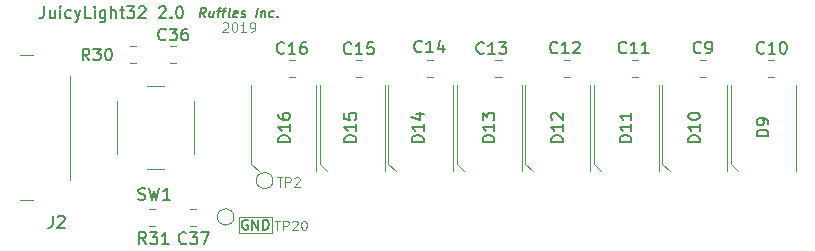
<source format=gto>
G04 #@! TF.GenerationSoftware,KiCad,Pcbnew,(5.1.2)-1*
G04 #@! TF.CreationDate,2019-06-11T21:07:52+09:00*
G04 #@! TF.ProjectId,JuicyLight32,4a756963-794c-4696-9768-7433322e6b69,rev?*
G04 #@! TF.SameCoordinates,Original*
G04 #@! TF.FileFunction,Legend,Top*
G04 #@! TF.FilePolarity,Positive*
%FSLAX46Y46*%
G04 Gerber Fmt 4.6, Leading zero omitted, Abs format (unit mm)*
G04 Created by KiCad (PCBNEW (5.1.2)-1) date 2019-06-11 21:07:52*
%MOMM*%
%LPD*%
G04 APERTURE LIST*
%ADD10C,0.120000*%
%ADD11C,0.100000*%
%ADD12C,0.150000*%
G04 APERTURE END LIST*
D10*
X116853571Y-91163095D02*
X116891666Y-91125000D01*
X116967857Y-91086904D01*
X117158333Y-91086904D01*
X117234523Y-91125000D01*
X117272619Y-91163095D01*
X117310714Y-91239285D01*
X117310714Y-91315476D01*
X117272619Y-91429761D01*
X116815476Y-91886904D01*
X117310714Y-91886904D01*
X117805952Y-91086904D02*
X117882142Y-91086904D01*
X117958333Y-91125000D01*
X117996428Y-91163095D01*
X118034523Y-91239285D01*
X118072619Y-91391666D01*
X118072619Y-91582142D01*
X118034523Y-91734523D01*
X117996428Y-91810714D01*
X117958333Y-91848809D01*
X117882142Y-91886904D01*
X117805952Y-91886904D01*
X117729761Y-91848809D01*
X117691666Y-91810714D01*
X117653571Y-91734523D01*
X117615476Y-91582142D01*
X117615476Y-91391666D01*
X117653571Y-91239285D01*
X117691666Y-91163095D01*
X117729761Y-91125000D01*
X117805952Y-91086904D01*
X118834523Y-91886904D02*
X118377380Y-91886904D01*
X118605952Y-91886904D02*
X118605952Y-91086904D01*
X118529761Y-91201190D01*
X118453571Y-91277380D01*
X118377380Y-91315476D01*
X119215476Y-91886904D02*
X119367857Y-91886904D01*
X119444047Y-91848809D01*
X119482142Y-91810714D01*
X119558333Y-91696428D01*
X119596428Y-91544047D01*
X119596428Y-91239285D01*
X119558333Y-91163095D01*
X119520238Y-91125000D01*
X119444047Y-91086904D01*
X119291666Y-91086904D01*
X119215476Y-91125000D01*
X119177380Y-91163095D01*
X119139285Y-91239285D01*
X119139285Y-91429761D01*
X119177380Y-91505952D01*
X119215476Y-91544047D01*
X119291666Y-91582142D01*
X119444047Y-91582142D01*
X119520238Y-91544047D01*
X119558333Y-91505952D01*
X119596428Y-91429761D01*
D11*
X120990000Y-107545000D02*
X118210000Y-107545000D01*
X120990000Y-108875000D02*
X120990000Y-107555000D01*
X118210000Y-108875000D02*
X120990000Y-108875000D01*
X118210000Y-107575000D02*
X118210000Y-108875000D01*
D12*
X118952380Y-107830000D02*
X118871428Y-107789523D01*
X118750000Y-107789523D01*
X118628571Y-107830000D01*
X118547619Y-107910952D01*
X118507142Y-107991904D01*
X118466666Y-108153809D01*
X118466666Y-108275238D01*
X118507142Y-108437142D01*
X118547619Y-108518095D01*
X118628571Y-108599047D01*
X118750000Y-108639523D01*
X118830952Y-108639523D01*
X118952380Y-108599047D01*
X118992857Y-108558571D01*
X118992857Y-108275238D01*
X118830952Y-108275238D01*
X119357142Y-108639523D02*
X119357142Y-107789523D01*
X119842857Y-108639523D01*
X119842857Y-107789523D01*
X120247619Y-108639523D02*
X120247619Y-107789523D01*
X120450000Y-107789523D01*
X120571428Y-107830000D01*
X120652380Y-107910952D01*
X120692857Y-107991904D01*
X120733333Y-108153809D01*
X120733333Y-108275238D01*
X120692857Y-108437142D01*
X120652380Y-108518095D01*
X120571428Y-108599047D01*
X120450000Y-108639523D01*
X120247619Y-108639523D01*
X115354479Y-90636904D02*
X115135431Y-90255952D01*
X114897336Y-90636904D02*
X114997336Y-89836904D01*
X115302098Y-89836904D01*
X115373526Y-89875000D01*
X115406860Y-89913095D01*
X115435431Y-89989285D01*
X115421145Y-90103571D01*
X115373526Y-90179761D01*
X115330669Y-90217857D01*
X115249717Y-90255952D01*
X114944955Y-90255952D01*
X116106860Y-90103571D02*
X116040193Y-90636904D01*
X115764002Y-90103571D02*
X115711622Y-90522619D01*
X115740193Y-90598809D01*
X115811622Y-90636904D01*
X115925907Y-90636904D01*
X116006860Y-90598809D01*
X116049717Y-90560714D01*
X116373526Y-90103571D02*
X116678288Y-90103571D01*
X116421145Y-90636904D02*
X116506860Y-89951190D01*
X116554479Y-89875000D01*
X116635431Y-89836904D01*
X116711622Y-89836904D01*
X116830669Y-90103571D02*
X117135431Y-90103571D01*
X116878288Y-90636904D02*
X116964002Y-89951190D01*
X117011622Y-89875000D01*
X117092574Y-89836904D01*
X117168764Y-89836904D01*
X117449717Y-90636904D02*
X117378288Y-90598809D01*
X117349717Y-90522619D01*
X117435431Y-89836904D01*
X118064002Y-90598809D02*
X117983050Y-90636904D01*
X117830669Y-90636904D01*
X117759241Y-90598809D01*
X117730669Y-90522619D01*
X117768764Y-90217857D01*
X117816383Y-90141666D01*
X117897336Y-90103571D01*
X118049717Y-90103571D01*
X118121145Y-90141666D01*
X118149717Y-90217857D01*
X118140193Y-90294047D01*
X117749717Y-90370238D01*
X118406860Y-90598809D02*
X118478288Y-90636904D01*
X118630669Y-90636904D01*
X118711622Y-90598809D01*
X118759241Y-90522619D01*
X118764002Y-90484523D01*
X118735431Y-90408333D01*
X118664002Y-90370238D01*
X118549717Y-90370238D01*
X118478288Y-90332142D01*
X118449717Y-90255952D01*
X118454479Y-90217857D01*
X118502098Y-90141666D01*
X118583050Y-90103571D01*
X118697336Y-90103571D01*
X118768764Y-90141666D01*
X119697336Y-90636904D02*
X119797336Y-89836904D01*
X120144955Y-90103571D02*
X120078288Y-90636904D01*
X120135431Y-90179761D02*
X120178288Y-90141666D01*
X120259241Y-90103571D01*
X120373526Y-90103571D01*
X120444955Y-90141666D01*
X120473526Y-90217857D01*
X120421145Y-90636904D01*
X121149717Y-90598809D02*
X121068764Y-90636904D01*
X120916383Y-90636904D01*
X120844955Y-90598809D01*
X120811622Y-90560714D01*
X120783050Y-90484523D01*
X120811622Y-90255952D01*
X120859241Y-90179761D01*
X120902098Y-90141666D01*
X120983050Y-90103571D01*
X121135431Y-90103571D01*
X121206860Y-90141666D01*
X121497336Y-90560714D02*
X121530669Y-90598809D01*
X121487812Y-90636904D01*
X121454479Y-90598809D01*
X121497336Y-90560714D01*
X121487812Y-90636904D01*
X101710714Y-89727380D02*
X101710714Y-90441666D01*
X101663095Y-90584523D01*
X101567857Y-90679761D01*
X101425000Y-90727380D01*
X101329761Y-90727380D01*
X102615476Y-90060714D02*
X102615476Y-90727380D01*
X102186904Y-90060714D02*
X102186904Y-90584523D01*
X102234523Y-90679761D01*
X102329761Y-90727380D01*
X102472619Y-90727380D01*
X102567857Y-90679761D01*
X102615476Y-90632142D01*
X103091666Y-90727380D02*
X103091666Y-90060714D01*
X103091666Y-89727380D02*
X103044047Y-89775000D01*
X103091666Y-89822619D01*
X103139285Y-89775000D01*
X103091666Y-89727380D01*
X103091666Y-89822619D01*
X103996428Y-90679761D02*
X103901190Y-90727380D01*
X103710714Y-90727380D01*
X103615476Y-90679761D01*
X103567857Y-90632142D01*
X103520238Y-90536904D01*
X103520238Y-90251190D01*
X103567857Y-90155952D01*
X103615476Y-90108333D01*
X103710714Y-90060714D01*
X103901190Y-90060714D01*
X103996428Y-90108333D01*
X104329761Y-90060714D02*
X104567857Y-90727380D01*
X104805952Y-90060714D02*
X104567857Y-90727380D01*
X104472619Y-90965476D01*
X104425000Y-91013095D01*
X104329761Y-91060714D01*
X105663095Y-90727380D02*
X105186904Y-90727380D01*
X105186904Y-89727380D01*
X105996428Y-90727380D02*
X105996428Y-90060714D01*
X105996428Y-89727380D02*
X105948809Y-89775000D01*
X105996428Y-89822619D01*
X106044047Y-89775000D01*
X105996428Y-89727380D01*
X105996428Y-89822619D01*
X106901190Y-90060714D02*
X106901190Y-90870238D01*
X106853571Y-90965476D01*
X106805952Y-91013095D01*
X106710714Y-91060714D01*
X106567857Y-91060714D01*
X106472619Y-91013095D01*
X106901190Y-90679761D02*
X106805952Y-90727380D01*
X106615476Y-90727380D01*
X106520238Y-90679761D01*
X106472619Y-90632142D01*
X106425000Y-90536904D01*
X106425000Y-90251190D01*
X106472619Y-90155952D01*
X106520238Y-90108333D01*
X106615476Y-90060714D01*
X106805952Y-90060714D01*
X106901190Y-90108333D01*
X107377380Y-90727380D02*
X107377380Y-89727380D01*
X107805952Y-90727380D02*
X107805952Y-90203571D01*
X107758333Y-90108333D01*
X107663095Y-90060714D01*
X107520238Y-90060714D01*
X107425000Y-90108333D01*
X107377380Y-90155952D01*
X108139285Y-90060714D02*
X108520238Y-90060714D01*
X108282142Y-89727380D02*
X108282142Y-90584523D01*
X108329761Y-90679761D01*
X108425000Y-90727380D01*
X108520238Y-90727380D01*
X108758333Y-89727380D02*
X109377380Y-89727380D01*
X109044047Y-90108333D01*
X109186904Y-90108333D01*
X109282142Y-90155952D01*
X109329761Y-90203571D01*
X109377380Y-90298809D01*
X109377380Y-90536904D01*
X109329761Y-90632142D01*
X109282142Y-90679761D01*
X109186904Y-90727380D01*
X108901190Y-90727380D01*
X108805952Y-90679761D01*
X108758333Y-90632142D01*
X109758333Y-89822619D02*
X109805952Y-89775000D01*
X109901190Y-89727380D01*
X110139285Y-89727380D01*
X110234523Y-89775000D01*
X110282142Y-89822619D01*
X110329761Y-89917857D01*
X110329761Y-90013095D01*
X110282142Y-90155952D01*
X109710714Y-90727380D01*
X110329761Y-90727380D01*
X111472619Y-89822619D02*
X111520238Y-89775000D01*
X111615476Y-89727380D01*
X111853571Y-89727380D01*
X111948809Y-89775000D01*
X111996428Y-89822619D01*
X112044047Y-89917857D01*
X112044047Y-90013095D01*
X111996428Y-90155952D01*
X111425000Y-90727380D01*
X112044047Y-90727380D01*
X112472619Y-90632142D02*
X112520238Y-90679761D01*
X112472619Y-90727380D01*
X112425000Y-90679761D01*
X112472619Y-90632142D01*
X112472619Y-90727380D01*
X113139285Y-89727380D02*
X113234523Y-89727380D01*
X113329761Y-89775000D01*
X113377380Y-89822619D01*
X113425000Y-89917857D01*
X113472619Y-90108333D01*
X113472619Y-90346428D01*
X113425000Y-90536904D01*
X113377380Y-90632142D01*
X113329761Y-90679761D01*
X113234523Y-90727380D01*
X113139285Y-90727380D01*
X113044047Y-90679761D01*
X112996428Y-90632142D01*
X112948809Y-90536904D01*
X112901190Y-90346428D01*
X112901190Y-90108333D01*
X112948809Y-89917857D01*
X112996428Y-89822619D01*
X113044047Y-89775000D01*
X113139285Y-89727380D01*
D10*
X119250000Y-103050000D02*
X119900000Y-103700000D01*
X119250000Y-96350000D02*
X119250000Y-103000000D01*
X124750000Y-96350000D02*
X124750000Y-103650000D01*
X125050000Y-103050000D02*
X125700000Y-103700000D01*
X125050000Y-96350000D02*
X125050000Y-103000000D01*
X130550000Y-96350000D02*
X130550000Y-103650000D01*
X130850000Y-103050000D02*
X131500000Y-103700000D01*
X130850000Y-96350000D02*
X130850000Y-103000000D01*
X136350000Y-96350000D02*
X136350000Y-103650000D01*
X136650000Y-103050000D02*
X137300000Y-103700000D01*
X136650000Y-96350000D02*
X136650000Y-103000000D01*
X142150000Y-96350000D02*
X142150000Y-103650000D01*
X142450000Y-103050000D02*
X143100000Y-103700000D01*
X142450000Y-96350000D02*
X142450000Y-103000000D01*
X147950000Y-96350000D02*
X147950000Y-103650000D01*
X148250000Y-103050000D02*
X148900000Y-103700000D01*
X148250000Y-96350000D02*
X148250000Y-103000000D01*
X153750000Y-96350000D02*
X153750000Y-103650000D01*
X122958578Y-94290000D02*
X122441422Y-94290000D01*
X122958578Y-95710000D02*
X122441422Y-95710000D01*
X128658578Y-94290000D02*
X128141422Y-94290000D01*
X128658578Y-95710000D02*
X128141422Y-95710000D01*
X134658578Y-94290000D02*
X134141422Y-94290000D01*
X134658578Y-95710000D02*
X134141422Y-95710000D01*
X140458578Y-94290000D02*
X139941422Y-94290000D01*
X140458578Y-95710000D02*
X139941422Y-95710000D01*
X146258578Y-94290000D02*
X145741422Y-94290000D01*
X146258578Y-95710000D02*
X145741422Y-95710000D01*
X152008578Y-94290000D02*
X151491422Y-94290000D01*
X152008578Y-95710000D02*
X151491422Y-95710000D01*
X121100000Y-104470000D02*
G75*
G03X121100000Y-104470000I-700000J0D01*
G01*
X117800000Y-107550000D02*
G75*
G03X117800000Y-107550000I-700000J0D01*
G01*
X112403922Y-93090000D02*
X112921078Y-93090000D01*
X112403922Y-94510000D02*
X112921078Y-94510000D01*
X165350000Y-96350000D02*
X165350000Y-103650000D01*
X159850000Y-96350000D02*
X159850000Y-103000000D01*
X159850000Y-103050000D02*
X160500000Y-103700000D01*
X154050000Y-103050000D02*
X154700000Y-103700000D01*
X154050000Y-96350000D02*
X154050000Y-103000000D01*
X159550000Y-96350000D02*
X159550000Y-103650000D01*
X114103922Y-106865000D02*
X114621078Y-106865000D01*
X114103922Y-108285000D02*
X114621078Y-108285000D01*
X163533578Y-95710000D02*
X163016422Y-95710000D01*
X163533578Y-94290000D02*
X163016422Y-94290000D01*
X157758578Y-94290000D02*
X157241422Y-94290000D01*
X157758578Y-95710000D02*
X157241422Y-95710000D01*
X111900000Y-96500000D02*
X110400000Y-96500000D01*
X107900000Y-97750000D02*
X107900000Y-102250000D01*
X110400000Y-103500000D02*
X111900000Y-103500000D01*
X114400000Y-102250000D02*
X114400000Y-97750000D01*
X103920000Y-104400000D02*
X103920000Y-95600000D01*
X100750000Y-106145000D02*
X99700000Y-106145000D01*
X100750000Y-93855000D02*
X99700000Y-93855000D01*
X110628922Y-108285000D02*
X111146078Y-108285000D01*
X110628922Y-106865000D02*
X111146078Y-106865000D01*
X109003922Y-93090000D02*
X109521078Y-93090000D01*
X109003922Y-94510000D02*
X109521078Y-94510000D01*
D12*
X122552380Y-101214285D02*
X121552380Y-101214285D01*
X121552380Y-100976190D01*
X121600000Y-100833333D01*
X121695238Y-100738095D01*
X121790476Y-100690476D01*
X121980952Y-100642857D01*
X122123809Y-100642857D01*
X122314285Y-100690476D01*
X122409523Y-100738095D01*
X122504761Y-100833333D01*
X122552380Y-100976190D01*
X122552380Y-101214285D01*
X122552380Y-99690476D02*
X122552380Y-100261904D01*
X122552380Y-99976190D02*
X121552380Y-99976190D01*
X121695238Y-100071428D01*
X121790476Y-100166666D01*
X121838095Y-100261904D01*
X121552380Y-98833333D02*
X121552380Y-99023809D01*
X121600000Y-99119047D01*
X121647619Y-99166666D01*
X121790476Y-99261904D01*
X121980952Y-99309523D01*
X122361904Y-99309523D01*
X122457142Y-99261904D01*
X122504761Y-99214285D01*
X122552380Y-99119047D01*
X122552380Y-98928571D01*
X122504761Y-98833333D01*
X122457142Y-98785714D01*
X122361904Y-98738095D01*
X122123809Y-98738095D01*
X122028571Y-98785714D01*
X121980952Y-98833333D01*
X121933333Y-98928571D01*
X121933333Y-99119047D01*
X121980952Y-99214285D01*
X122028571Y-99261904D01*
X122123809Y-99309523D01*
X128152380Y-101214285D02*
X127152380Y-101214285D01*
X127152380Y-100976190D01*
X127200000Y-100833333D01*
X127295238Y-100738095D01*
X127390476Y-100690476D01*
X127580952Y-100642857D01*
X127723809Y-100642857D01*
X127914285Y-100690476D01*
X128009523Y-100738095D01*
X128104761Y-100833333D01*
X128152380Y-100976190D01*
X128152380Y-101214285D01*
X128152380Y-99690476D02*
X128152380Y-100261904D01*
X128152380Y-99976190D02*
X127152380Y-99976190D01*
X127295238Y-100071428D01*
X127390476Y-100166666D01*
X127438095Y-100261904D01*
X127152380Y-98785714D02*
X127152380Y-99261904D01*
X127628571Y-99309523D01*
X127580952Y-99261904D01*
X127533333Y-99166666D01*
X127533333Y-98928571D01*
X127580952Y-98833333D01*
X127628571Y-98785714D01*
X127723809Y-98738095D01*
X127961904Y-98738095D01*
X128057142Y-98785714D01*
X128104761Y-98833333D01*
X128152380Y-98928571D01*
X128152380Y-99166666D01*
X128104761Y-99261904D01*
X128057142Y-99309523D01*
X133852380Y-101214285D02*
X132852380Y-101214285D01*
X132852380Y-100976190D01*
X132900000Y-100833333D01*
X132995238Y-100738095D01*
X133090476Y-100690476D01*
X133280952Y-100642857D01*
X133423809Y-100642857D01*
X133614285Y-100690476D01*
X133709523Y-100738095D01*
X133804761Y-100833333D01*
X133852380Y-100976190D01*
X133852380Y-101214285D01*
X133852380Y-99690476D02*
X133852380Y-100261904D01*
X133852380Y-99976190D02*
X132852380Y-99976190D01*
X132995238Y-100071428D01*
X133090476Y-100166666D01*
X133138095Y-100261904D01*
X133185714Y-98833333D02*
X133852380Y-98833333D01*
X132804761Y-99071428D02*
X133519047Y-99309523D01*
X133519047Y-98690476D01*
X139852380Y-101214285D02*
X138852380Y-101214285D01*
X138852380Y-100976190D01*
X138900000Y-100833333D01*
X138995238Y-100738095D01*
X139090476Y-100690476D01*
X139280952Y-100642857D01*
X139423809Y-100642857D01*
X139614285Y-100690476D01*
X139709523Y-100738095D01*
X139804761Y-100833333D01*
X139852380Y-100976190D01*
X139852380Y-101214285D01*
X139852380Y-99690476D02*
X139852380Y-100261904D01*
X139852380Y-99976190D02*
X138852380Y-99976190D01*
X138995238Y-100071428D01*
X139090476Y-100166666D01*
X139138095Y-100261904D01*
X138852380Y-99357142D02*
X138852380Y-98738095D01*
X139233333Y-99071428D01*
X139233333Y-98928571D01*
X139280952Y-98833333D01*
X139328571Y-98785714D01*
X139423809Y-98738095D01*
X139661904Y-98738095D01*
X139757142Y-98785714D01*
X139804761Y-98833333D01*
X139852380Y-98928571D01*
X139852380Y-99214285D01*
X139804761Y-99309523D01*
X139757142Y-99357142D01*
X145652380Y-101214285D02*
X144652380Y-101214285D01*
X144652380Y-100976190D01*
X144700000Y-100833333D01*
X144795238Y-100738095D01*
X144890476Y-100690476D01*
X145080952Y-100642857D01*
X145223809Y-100642857D01*
X145414285Y-100690476D01*
X145509523Y-100738095D01*
X145604761Y-100833333D01*
X145652380Y-100976190D01*
X145652380Y-101214285D01*
X145652380Y-99690476D02*
X145652380Y-100261904D01*
X145652380Y-99976190D02*
X144652380Y-99976190D01*
X144795238Y-100071428D01*
X144890476Y-100166666D01*
X144938095Y-100261904D01*
X144747619Y-99309523D02*
X144700000Y-99261904D01*
X144652380Y-99166666D01*
X144652380Y-98928571D01*
X144700000Y-98833333D01*
X144747619Y-98785714D01*
X144842857Y-98738095D01*
X144938095Y-98738095D01*
X145080952Y-98785714D01*
X145652380Y-99357142D01*
X145652380Y-98738095D01*
X151452380Y-101214285D02*
X150452380Y-101214285D01*
X150452380Y-100976190D01*
X150500000Y-100833333D01*
X150595238Y-100738095D01*
X150690476Y-100690476D01*
X150880952Y-100642857D01*
X151023809Y-100642857D01*
X151214285Y-100690476D01*
X151309523Y-100738095D01*
X151404761Y-100833333D01*
X151452380Y-100976190D01*
X151452380Y-101214285D01*
X151452380Y-99690476D02*
X151452380Y-100261904D01*
X151452380Y-99976190D02*
X150452380Y-99976190D01*
X150595238Y-100071428D01*
X150690476Y-100166666D01*
X150738095Y-100261904D01*
X151452380Y-98738095D02*
X151452380Y-99309523D01*
X151452380Y-99023809D02*
X150452380Y-99023809D01*
X150595238Y-99119047D01*
X150690476Y-99214285D01*
X150738095Y-99309523D01*
X122057142Y-93657142D02*
X122009523Y-93704761D01*
X121866666Y-93752380D01*
X121771428Y-93752380D01*
X121628571Y-93704761D01*
X121533333Y-93609523D01*
X121485714Y-93514285D01*
X121438095Y-93323809D01*
X121438095Y-93180952D01*
X121485714Y-92990476D01*
X121533333Y-92895238D01*
X121628571Y-92800000D01*
X121771428Y-92752380D01*
X121866666Y-92752380D01*
X122009523Y-92800000D01*
X122057142Y-92847619D01*
X123009523Y-93752380D02*
X122438095Y-93752380D01*
X122723809Y-93752380D02*
X122723809Y-92752380D01*
X122628571Y-92895238D01*
X122533333Y-92990476D01*
X122438095Y-93038095D01*
X123866666Y-92752380D02*
X123676190Y-92752380D01*
X123580952Y-92800000D01*
X123533333Y-92847619D01*
X123438095Y-92990476D01*
X123390476Y-93180952D01*
X123390476Y-93561904D01*
X123438095Y-93657142D01*
X123485714Y-93704761D01*
X123580952Y-93752380D01*
X123771428Y-93752380D01*
X123866666Y-93704761D01*
X123914285Y-93657142D01*
X123961904Y-93561904D01*
X123961904Y-93323809D01*
X123914285Y-93228571D01*
X123866666Y-93180952D01*
X123771428Y-93133333D01*
X123580952Y-93133333D01*
X123485714Y-93180952D01*
X123438095Y-93228571D01*
X123390476Y-93323809D01*
X127732142Y-93682142D02*
X127684523Y-93729761D01*
X127541666Y-93777380D01*
X127446428Y-93777380D01*
X127303571Y-93729761D01*
X127208333Y-93634523D01*
X127160714Y-93539285D01*
X127113095Y-93348809D01*
X127113095Y-93205952D01*
X127160714Y-93015476D01*
X127208333Y-92920238D01*
X127303571Y-92825000D01*
X127446428Y-92777380D01*
X127541666Y-92777380D01*
X127684523Y-92825000D01*
X127732142Y-92872619D01*
X128684523Y-93777380D02*
X128113095Y-93777380D01*
X128398809Y-93777380D02*
X128398809Y-92777380D01*
X128303571Y-92920238D01*
X128208333Y-93015476D01*
X128113095Y-93063095D01*
X129589285Y-92777380D02*
X129113095Y-92777380D01*
X129065476Y-93253571D01*
X129113095Y-93205952D01*
X129208333Y-93158333D01*
X129446428Y-93158333D01*
X129541666Y-93205952D01*
X129589285Y-93253571D01*
X129636904Y-93348809D01*
X129636904Y-93586904D01*
X129589285Y-93682142D01*
X129541666Y-93729761D01*
X129446428Y-93777380D01*
X129208333Y-93777380D01*
X129113095Y-93729761D01*
X129065476Y-93682142D01*
X133707142Y-93532142D02*
X133659523Y-93579761D01*
X133516666Y-93627380D01*
X133421428Y-93627380D01*
X133278571Y-93579761D01*
X133183333Y-93484523D01*
X133135714Y-93389285D01*
X133088095Y-93198809D01*
X133088095Y-93055952D01*
X133135714Y-92865476D01*
X133183333Y-92770238D01*
X133278571Y-92675000D01*
X133421428Y-92627380D01*
X133516666Y-92627380D01*
X133659523Y-92675000D01*
X133707142Y-92722619D01*
X134659523Y-93627380D02*
X134088095Y-93627380D01*
X134373809Y-93627380D02*
X134373809Y-92627380D01*
X134278571Y-92770238D01*
X134183333Y-92865476D01*
X134088095Y-92913095D01*
X135516666Y-92960714D02*
X135516666Y-93627380D01*
X135278571Y-92579761D02*
X135040476Y-93294047D01*
X135659523Y-93294047D01*
X138957142Y-93657142D02*
X138909523Y-93704761D01*
X138766666Y-93752380D01*
X138671428Y-93752380D01*
X138528571Y-93704761D01*
X138433333Y-93609523D01*
X138385714Y-93514285D01*
X138338095Y-93323809D01*
X138338095Y-93180952D01*
X138385714Y-92990476D01*
X138433333Y-92895238D01*
X138528571Y-92800000D01*
X138671428Y-92752380D01*
X138766666Y-92752380D01*
X138909523Y-92800000D01*
X138957142Y-92847619D01*
X139909523Y-93752380D02*
X139338095Y-93752380D01*
X139623809Y-93752380D02*
X139623809Y-92752380D01*
X139528571Y-92895238D01*
X139433333Y-92990476D01*
X139338095Y-93038095D01*
X140242857Y-92752380D02*
X140861904Y-92752380D01*
X140528571Y-93133333D01*
X140671428Y-93133333D01*
X140766666Y-93180952D01*
X140814285Y-93228571D01*
X140861904Y-93323809D01*
X140861904Y-93561904D01*
X140814285Y-93657142D01*
X140766666Y-93704761D01*
X140671428Y-93752380D01*
X140385714Y-93752380D01*
X140290476Y-93704761D01*
X140242857Y-93657142D01*
X145182142Y-93607142D02*
X145134523Y-93654761D01*
X144991666Y-93702380D01*
X144896428Y-93702380D01*
X144753571Y-93654761D01*
X144658333Y-93559523D01*
X144610714Y-93464285D01*
X144563095Y-93273809D01*
X144563095Y-93130952D01*
X144610714Y-92940476D01*
X144658333Y-92845238D01*
X144753571Y-92750000D01*
X144896428Y-92702380D01*
X144991666Y-92702380D01*
X145134523Y-92750000D01*
X145182142Y-92797619D01*
X146134523Y-93702380D02*
X145563095Y-93702380D01*
X145848809Y-93702380D02*
X145848809Y-92702380D01*
X145753571Y-92845238D01*
X145658333Y-92940476D01*
X145563095Y-92988095D01*
X146515476Y-92797619D02*
X146563095Y-92750000D01*
X146658333Y-92702380D01*
X146896428Y-92702380D01*
X146991666Y-92750000D01*
X147039285Y-92797619D01*
X147086904Y-92892857D01*
X147086904Y-92988095D01*
X147039285Y-93130952D01*
X146467857Y-93702380D01*
X147086904Y-93702380D01*
X151007142Y-93607142D02*
X150959523Y-93654761D01*
X150816666Y-93702380D01*
X150721428Y-93702380D01*
X150578571Y-93654761D01*
X150483333Y-93559523D01*
X150435714Y-93464285D01*
X150388095Y-93273809D01*
X150388095Y-93130952D01*
X150435714Y-92940476D01*
X150483333Y-92845238D01*
X150578571Y-92750000D01*
X150721428Y-92702380D01*
X150816666Y-92702380D01*
X150959523Y-92750000D01*
X151007142Y-92797619D01*
X151959523Y-93702380D02*
X151388095Y-93702380D01*
X151673809Y-93702380D02*
X151673809Y-92702380D01*
X151578571Y-92845238D01*
X151483333Y-92940476D01*
X151388095Y-92988095D01*
X152911904Y-93702380D02*
X152340476Y-93702380D01*
X152626190Y-93702380D02*
X152626190Y-92702380D01*
X152530952Y-92845238D01*
X152435714Y-92940476D01*
X152340476Y-92988095D01*
D10*
X121440476Y-104186904D02*
X121897619Y-104186904D01*
X121669047Y-104986904D02*
X121669047Y-104186904D01*
X122164285Y-104986904D02*
X122164285Y-104186904D01*
X122469047Y-104186904D01*
X122545238Y-104225000D01*
X122583333Y-104263095D01*
X122621428Y-104339285D01*
X122621428Y-104453571D01*
X122583333Y-104529761D01*
X122545238Y-104567857D01*
X122469047Y-104605952D01*
X122164285Y-104605952D01*
X122926190Y-104263095D02*
X122964285Y-104225000D01*
X123040476Y-104186904D01*
X123230952Y-104186904D01*
X123307142Y-104225000D01*
X123345238Y-104263095D01*
X123383333Y-104339285D01*
X123383333Y-104415476D01*
X123345238Y-104529761D01*
X122888095Y-104986904D01*
X123383333Y-104986904D01*
X121259523Y-107861904D02*
X121716666Y-107861904D01*
X121488095Y-108661904D02*
X121488095Y-107861904D01*
X121983333Y-108661904D02*
X121983333Y-107861904D01*
X122288095Y-107861904D01*
X122364285Y-107900000D01*
X122402380Y-107938095D01*
X122440476Y-108014285D01*
X122440476Y-108128571D01*
X122402380Y-108204761D01*
X122364285Y-108242857D01*
X122288095Y-108280952D01*
X121983333Y-108280952D01*
X122745238Y-107938095D02*
X122783333Y-107900000D01*
X122859523Y-107861904D01*
X123050000Y-107861904D01*
X123126190Y-107900000D01*
X123164285Y-107938095D01*
X123202380Y-108014285D01*
X123202380Y-108090476D01*
X123164285Y-108204761D01*
X122707142Y-108661904D01*
X123202380Y-108661904D01*
X123697619Y-107861904D02*
X123773809Y-107861904D01*
X123850000Y-107900000D01*
X123888095Y-107938095D01*
X123926190Y-108014285D01*
X123964285Y-108166666D01*
X123964285Y-108357142D01*
X123926190Y-108509523D01*
X123888095Y-108585714D01*
X123850000Y-108623809D01*
X123773809Y-108661904D01*
X123697619Y-108661904D01*
X123621428Y-108623809D01*
X123583333Y-108585714D01*
X123545238Y-108509523D01*
X123507142Y-108357142D01*
X123507142Y-108166666D01*
X123545238Y-108014285D01*
X123583333Y-107938095D01*
X123621428Y-107900000D01*
X123697619Y-107861904D01*
D12*
X112019642Y-92507142D02*
X111972023Y-92554761D01*
X111829166Y-92602380D01*
X111733928Y-92602380D01*
X111591071Y-92554761D01*
X111495833Y-92459523D01*
X111448214Y-92364285D01*
X111400595Y-92173809D01*
X111400595Y-92030952D01*
X111448214Y-91840476D01*
X111495833Y-91745238D01*
X111591071Y-91650000D01*
X111733928Y-91602380D01*
X111829166Y-91602380D01*
X111972023Y-91650000D01*
X112019642Y-91697619D01*
X112352976Y-91602380D02*
X112972023Y-91602380D01*
X112638690Y-91983333D01*
X112781547Y-91983333D01*
X112876785Y-92030952D01*
X112924404Y-92078571D01*
X112972023Y-92173809D01*
X112972023Y-92411904D01*
X112924404Y-92507142D01*
X112876785Y-92554761D01*
X112781547Y-92602380D01*
X112495833Y-92602380D01*
X112400595Y-92554761D01*
X112352976Y-92507142D01*
X113829166Y-91602380D02*
X113638690Y-91602380D01*
X113543452Y-91650000D01*
X113495833Y-91697619D01*
X113400595Y-91840476D01*
X113352976Y-92030952D01*
X113352976Y-92411904D01*
X113400595Y-92507142D01*
X113448214Y-92554761D01*
X113543452Y-92602380D01*
X113733928Y-92602380D01*
X113829166Y-92554761D01*
X113876785Y-92507142D01*
X113924404Y-92411904D01*
X113924404Y-92173809D01*
X113876785Y-92078571D01*
X113829166Y-92030952D01*
X113733928Y-91983333D01*
X113543452Y-91983333D01*
X113448214Y-92030952D01*
X113400595Y-92078571D01*
X113352976Y-92173809D01*
X163052380Y-100738095D02*
X162052380Y-100738095D01*
X162052380Y-100500000D01*
X162100000Y-100357142D01*
X162195238Y-100261904D01*
X162290476Y-100214285D01*
X162480952Y-100166666D01*
X162623809Y-100166666D01*
X162814285Y-100214285D01*
X162909523Y-100261904D01*
X163004761Y-100357142D01*
X163052380Y-100500000D01*
X163052380Y-100738095D01*
X163052380Y-99690476D02*
X163052380Y-99500000D01*
X163004761Y-99404761D01*
X162957142Y-99357142D01*
X162814285Y-99261904D01*
X162623809Y-99214285D01*
X162242857Y-99214285D01*
X162147619Y-99261904D01*
X162100000Y-99309523D01*
X162052380Y-99404761D01*
X162052380Y-99595238D01*
X162100000Y-99690476D01*
X162147619Y-99738095D01*
X162242857Y-99785714D01*
X162480952Y-99785714D01*
X162576190Y-99738095D01*
X162623809Y-99690476D01*
X162671428Y-99595238D01*
X162671428Y-99404761D01*
X162623809Y-99309523D01*
X162576190Y-99261904D01*
X162480952Y-99214285D01*
X157252380Y-101214285D02*
X156252380Y-101214285D01*
X156252380Y-100976190D01*
X156300000Y-100833333D01*
X156395238Y-100738095D01*
X156490476Y-100690476D01*
X156680952Y-100642857D01*
X156823809Y-100642857D01*
X157014285Y-100690476D01*
X157109523Y-100738095D01*
X157204761Y-100833333D01*
X157252380Y-100976190D01*
X157252380Y-101214285D01*
X157252380Y-99690476D02*
X157252380Y-100261904D01*
X157252380Y-99976190D02*
X156252380Y-99976190D01*
X156395238Y-100071428D01*
X156490476Y-100166666D01*
X156538095Y-100261904D01*
X156252380Y-99071428D02*
X156252380Y-98976190D01*
X156300000Y-98880952D01*
X156347619Y-98833333D01*
X156442857Y-98785714D01*
X156633333Y-98738095D01*
X156871428Y-98738095D01*
X157061904Y-98785714D01*
X157157142Y-98833333D01*
X157204761Y-98880952D01*
X157252380Y-98976190D01*
X157252380Y-99071428D01*
X157204761Y-99166666D01*
X157157142Y-99214285D01*
X157061904Y-99261904D01*
X156871428Y-99309523D01*
X156633333Y-99309523D01*
X156442857Y-99261904D01*
X156347619Y-99214285D01*
X156300000Y-99166666D01*
X156252380Y-99071428D01*
X113757142Y-109757142D02*
X113709523Y-109804761D01*
X113566666Y-109852380D01*
X113471428Y-109852380D01*
X113328571Y-109804761D01*
X113233333Y-109709523D01*
X113185714Y-109614285D01*
X113138095Y-109423809D01*
X113138095Y-109280952D01*
X113185714Y-109090476D01*
X113233333Y-108995238D01*
X113328571Y-108900000D01*
X113471428Y-108852380D01*
X113566666Y-108852380D01*
X113709523Y-108900000D01*
X113757142Y-108947619D01*
X114090476Y-108852380D02*
X114709523Y-108852380D01*
X114376190Y-109233333D01*
X114519047Y-109233333D01*
X114614285Y-109280952D01*
X114661904Y-109328571D01*
X114709523Y-109423809D01*
X114709523Y-109661904D01*
X114661904Y-109757142D01*
X114614285Y-109804761D01*
X114519047Y-109852380D01*
X114233333Y-109852380D01*
X114138095Y-109804761D01*
X114090476Y-109757142D01*
X115042857Y-108852380D02*
X115709523Y-108852380D01*
X115280952Y-109852380D01*
X162682142Y-93632142D02*
X162634523Y-93679761D01*
X162491666Y-93727380D01*
X162396428Y-93727380D01*
X162253571Y-93679761D01*
X162158333Y-93584523D01*
X162110714Y-93489285D01*
X162063095Y-93298809D01*
X162063095Y-93155952D01*
X162110714Y-92965476D01*
X162158333Y-92870238D01*
X162253571Y-92775000D01*
X162396428Y-92727380D01*
X162491666Y-92727380D01*
X162634523Y-92775000D01*
X162682142Y-92822619D01*
X163634523Y-93727380D02*
X163063095Y-93727380D01*
X163348809Y-93727380D02*
X163348809Y-92727380D01*
X163253571Y-92870238D01*
X163158333Y-92965476D01*
X163063095Y-93013095D01*
X164253571Y-92727380D02*
X164348809Y-92727380D01*
X164444047Y-92775000D01*
X164491666Y-92822619D01*
X164539285Y-92917857D01*
X164586904Y-93108333D01*
X164586904Y-93346428D01*
X164539285Y-93536904D01*
X164491666Y-93632142D01*
X164444047Y-93679761D01*
X164348809Y-93727380D01*
X164253571Y-93727380D01*
X164158333Y-93679761D01*
X164110714Y-93632142D01*
X164063095Y-93536904D01*
X164015476Y-93346428D01*
X164015476Y-93108333D01*
X164063095Y-92917857D01*
X164110714Y-92822619D01*
X164158333Y-92775000D01*
X164253571Y-92727380D01*
X157333333Y-93607142D02*
X157285714Y-93654761D01*
X157142857Y-93702380D01*
X157047619Y-93702380D01*
X156904761Y-93654761D01*
X156809523Y-93559523D01*
X156761904Y-93464285D01*
X156714285Y-93273809D01*
X156714285Y-93130952D01*
X156761904Y-92940476D01*
X156809523Y-92845238D01*
X156904761Y-92750000D01*
X157047619Y-92702380D01*
X157142857Y-92702380D01*
X157285714Y-92750000D01*
X157333333Y-92797619D01*
X157809523Y-93702380D02*
X158000000Y-93702380D01*
X158095238Y-93654761D01*
X158142857Y-93607142D01*
X158238095Y-93464285D01*
X158285714Y-93273809D01*
X158285714Y-92892857D01*
X158238095Y-92797619D01*
X158190476Y-92750000D01*
X158095238Y-92702380D01*
X157904761Y-92702380D01*
X157809523Y-92750000D01*
X157761904Y-92797619D01*
X157714285Y-92892857D01*
X157714285Y-93130952D01*
X157761904Y-93226190D01*
X157809523Y-93273809D01*
X157904761Y-93321428D01*
X158095238Y-93321428D01*
X158190476Y-93273809D01*
X158238095Y-93226190D01*
X158285714Y-93130952D01*
X109716666Y-106054761D02*
X109859523Y-106102380D01*
X110097619Y-106102380D01*
X110192857Y-106054761D01*
X110240476Y-106007142D01*
X110288095Y-105911904D01*
X110288095Y-105816666D01*
X110240476Y-105721428D01*
X110192857Y-105673809D01*
X110097619Y-105626190D01*
X109907142Y-105578571D01*
X109811904Y-105530952D01*
X109764285Y-105483333D01*
X109716666Y-105388095D01*
X109716666Y-105292857D01*
X109764285Y-105197619D01*
X109811904Y-105150000D01*
X109907142Y-105102380D01*
X110145238Y-105102380D01*
X110288095Y-105150000D01*
X110621428Y-105102380D02*
X110859523Y-106102380D01*
X111050000Y-105388095D01*
X111240476Y-106102380D01*
X111478571Y-105102380D01*
X112383333Y-106102380D02*
X111811904Y-106102380D01*
X112097619Y-106102380D02*
X112097619Y-105102380D01*
X112002380Y-105245238D01*
X111907142Y-105340476D01*
X111811904Y-105388095D01*
X102466666Y-107452380D02*
X102466666Y-108166666D01*
X102419047Y-108309523D01*
X102323809Y-108404761D01*
X102180952Y-108452380D01*
X102085714Y-108452380D01*
X102895238Y-107547619D02*
X102942857Y-107500000D01*
X103038095Y-107452380D01*
X103276190Y-107452380D01*
X103371428Y-107500000D01*
X103419047Y-107547619D01*
X103466666Y-107642857D01*
X103466666Y-107738095D01*
X103419047Y-107880952D01*
X102847619Y-108452380D01*
X103466666Y-108452380D01*
X110357142Y-109852380D02*
X110023809Y-109376190D01*
X109785714Y-109852380D02*
X109785714Y-108852380D01*
X110166666Y-108852380D01*
X110261904Y-108900000D01*
X110309523Y-108947619D01*
X110357142Y-109042857D01*
X110357142Y-109185714D01*
X110309523Y-109280952D01*
X110261904Y-109328571D01*
X110166666Y-109376190D01*
X109785714Y-109376190D01*
X110690476Y-108852380D02*
X111309523Y-108852380D01*
X110976190Y-109233333D01*
X111119047Y-109233333D01*
X111214285Y-109280952D01*
X111261904Y-109328571D01*
X111309523Y-109423809D01*
X111309523Y-109661904D01*
X111261904Y-109757142D01*
X111214285Y-109804761D01*
X111119047Y-109852380D01*
X110833333Y-109852380D01*
X110738095Y-109804761D01*
X110690476Y-109757142D01*
X112261904Y-109852380D02*
X111690476Y-109852380D01*
X111976190Y-109852380D02*
X111976190Y-108852380D01*
X111880952Y-108995238D01*
X111785714Y-109090476D01*
X111690476Y-109138095D01*
X105557142Y-94302380D02*
X105223809Y-93826190D01*
X104985714Y-94302380D02*
X104985714Y-93302380D01*
X105366666Y-93302380D01*
X105461904Y-93350000D01*
X105509523Y-93397619D01*
X105557142Y-93492857D01*
X105557142Y-93635714D01*
X105509523Y-93730952D01*
X105461904Y-93778571D01*
X105366666Y-93826190D01*
X104985714Y-93826190D01*
X105890476Y-93302380D02*
X106509523Y-93302380D01*
X106176190Y-93683333D01*
X106319047Y-93683333D01*
X106414285Y-93730952D01*
X106461904Y-93778571D01*
X106509523Y-93873809D01*
X106509523Y-94111904D01*
X106461904Y-94207142D01*
X106414285Y-94254761D01*
X106319047Y-94302380D01*
X106033333Y-94302380D01*
X105938095Y-94254761D01*
X105890476Y-94207142D01*
X107128571Y-93302380D02*
X107223809Y-93302380D01*
X107319047Y-93350000D01*
X107366666Y-93397619D01*
X107414285Y-93492857D01*
X107461904Y-93683333D01*
X107461904Y-93921428D01*
X107414285Y-94111904D01*
X107366666Y-94207142D01*
X107319047Y-94254761D01*
X107223809Y-94302380D01*
X107128571Y-94302380D01*
X107033333Y-94254761D01*
X106985714Y-94207142D01*
X106938095Y-94111904D01*
X106890476Y-93921428D01*
X106890476Y-93683333D01*
X106938095Y-93492857D01*
X106985714Y-93397619D01*
X107033333Y-93350000D01*
X107128571Y-93302380D01*
M02*

</source>
